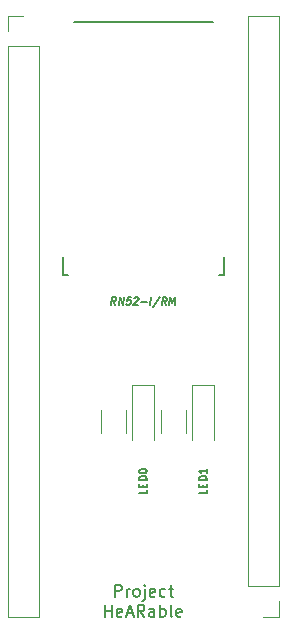
<source format=gto>
G04 #@! TF.FileFunction,Legend,Top*
%FSLAX46Y46*%
G04 Gerber Fmt 4.6, Leading zero omitted, Abs format (unit mm)*
G04 Created by KiCad (PCBNEW 4.0.7) date *
%MOMM*%
%LPD*%
G01*
G04 APERTURE LIST*
%ADD10C,0.100000*%
%ADD11C,0.200000*%
%ADD12C,0.127000*%
%ADD13C,0.120000*%
%ADD14C,0.150000*%
G04 APERTURE END LIST*
D10*
D11*
X134755238Y-139302381D02*
X134755238Y-138302381D01*
X135136191Y-138302381D01*
X135231429Y-138350000D01*
X135279048Y-138397619D01*
X135326667Y-138492857D01*
X135326667Y-138635714D01*
X135279048Y-138730952D01*
X135231429Y-138778571D01*
X135136191Y-138826190D01*
X134755238Y-138826190D01*
X135755238Y-139302381D02*
X135755238Y-138635714D01*
X135755238Y-138826190D02*
X135802857Y-138730952D01*
X135850476Y-138683333D01*
X135945714Y-138635714D01*
X136040953Y-138635714D01*
X136517143Y-139302381D02*
X136421905Y-139254762D01*
X136374286Y-139207143D01*
X136326667Y-139111905D01*
X136326667Y-138826190D01*
X136374286Y-138730952D01*
X136421905Y-138683333D01*
X136517143Y-138635714D01*
X136660001Y-138635714D01*
X136755239Y-138683333D01*
X136802858Y-138730952D01*
X136850477Y-138826190D01*
X136850477Y-139111905D01*
X136802858Y-139207143D01*
X136755239Y-139254762D01*
X136660001Y-139302381D01*
X136517143Y-139302381D01*
X137279048Y-138635714D02*
X137279048Y-139492857D01*
X137231429Y-139588095D01*
X137136191Y-139635714D01*
X137088572Y-139635714D01*
X137279048Y-138302381D02*
X137231429Y-138350000D01*
X137279048Y-138397619D01*
X137326667Y-138350000D01*
X137279048Y-138302381D01*
X137279048Y-138397619D01*
X138136191Y-139254762D02*
X138040953Y-139302381D01*
X137850476Y-139302381D01*
X137755238Y-139254762D01*
X137707619Y-139159524D01*
X137707619Y-138778571D01*
X137755238Y-138683333D01*
X137850476Y-138635714D01*
X138040953Y-138635714D01*
X138136191Y-138683333D01*
X138183810Y-138778571D01*
X138183810Y-138873810D01*
X137707619Y-138969048D01*
X139040953Y-139254762D02*
X138945715Y-139302381D01*
X138755238Y-139302381D01*
X138660000Y-139254762D01*
X138612381Y-139207143D01*
X138564762Y-139111905D01*
X138564762Y-138826190D01*
X138612381Y-138730952D01*
X138660000Y-138683333D01*
X138755238Y-138635714D01*
X138945715Y-138635714D01*
X139040953Y-138683333D01*
X139326667Y-138635714D02*
X139707619Y-138635714D01*
X139469524Y-138302381D02*
X139469524Y-139159524D01*
X139517143Y-139254762D01*
X139612381Y-139302381D01*
X139707619Y-139302381D01*
X133921904Y-141002381D02*
X133921904Y-140002381D01*
X133921904Y-140478571D02*
X134493333Y-140478571D01*
X134493333Y-141002381D02*
X134493333Y-140002381D01*
X135350476Y-140954762D02*
X135255238Y-141002381D01*
X135064761Y-141002381D01*
X134969523Y-140954762D01*
X134921904Y-140859524D01*
X134921904Y-140478571D01*
X134969523Y-140383333D01*
X135064761Y-140335714D01*
X135255238Y-140335714D01*
X135350476Y-140383333D01*
X135398095Y-140478571D01*
X135398095Y-140573810D01*
X134921904Y-140669048D01*
X135779047Y-140716667D02*
X136255238Y-140716667D01*
X135683809Y-141002381D02*
X136017142Y-140002381D01*
X136350476Y-141002381D01*
X137255238Y-141002381D02*
X136921904Y-140526190D01*
X136683809Y-141002381D02*
X136683809Y-140002381D01*
X137064762Y-140002381D01*
X137160000Y-140050000D01*
X137207619Y-140097619D01*
X137255238Y-140192857D01*
X137255238Y-140335714D01*
X137207619Y-140430952D01*
X137160000Y-140478571D01*
X137064762Y-140526190D01*
X136683809Y-140526190D01*
X138112381Y-141002381D02*
X138112381Y-140478571D01*
X138064762Y-140383333D01*
X137969524Y-140335714D01*
X137779047Y-140335714D01*
X137683809Y-140383333D01*
X138112381Y-140954762D02*
X138017143Y-141002381D01*
X137779047Y-141002381D01*
X137683809Y-140954762D01*
X137636190Y-140859524D01*
X137636190Y-140764286D01*
X137683809Y-140669048D01*
X137779047Y-140621429D01*
X138017143Y-140621429D01*
X138112381Y-140573810D01*
X138588571Y-141002381D02*
X138588571Y-140002381D01*
X138588571Y-140383333D02*
X138683809Y-140335714D01*
X138874286Y-140335714D01*
X138969524Y-140383333D01*
X139017143Y-140430952D01*
X139064762Y-140526190D01*
X139064762Y-140811905D01*
X139017143Y-140907143D01*
X138969524Y-140954762D01*
X138874286Y-141002381D01*
X138683809Y-141002381D01*
X138588571Y-140954762D01*
X139636190Y-141002381D02*
X139540952Y-140954762D01*
X139493333Y-140859524D01*
X139493333Y-140002381D01*
X140398096Y-140954762D02*
X140302858Y-141002381D01*
X140112381Y-141002381D01*
X140017143Y-140954762D01*
X139969524Y-140859524D01*
X139969524Y-140478571D01*
X140017143Y-140383333D01*
X140112381Y-140335714D01*
X140302858Y-140335714D01*
X140398096Y-140383333D01*
X140445715Y-140478571D01*
X140445715Y-140573810D01*
X139969524Y-140669048D01*
D12*
X143560000Y-112060000D02*
X143960000Y-112060000D01*
X143960000Y-112060000D02*
X143960000Y-110560000D01*
X130760000Y-112060000D02*
X130360000Y-112060000D01*
X130360000Y-112060000D02*
X130360000Y-110560000D01*
X131260000Y-90660000D02*
X143060000Y-90660000D01*
D13*
X138110000Y-121360000D02*
X136210000Y-121360000D01*
X136210000Y-121360000D02*
X136210000Y-126060000D01*
X138110000Y-121360000D02*
X138110000Y-126060000D01*
X143190000Y-121360000D02*
X141290000Y-121360000D01*
X141290000Y-121360000D02*
X141290000Y-126060000D01*
X143190000Y-121360000D02*
X143190000Y-126060000D01*
X135690000Y-123460000D02*
X135690000Y-125460000D01*
X133550000Y-125460000D02*
X133550000Y-123460000D01*
X140770000Y-123460000D02*
X140770000Y-125460000D01*
X138630000Y-125460000D02*
X138630000Y-123460000D01*
X125670000Y-141030000D02*
X128330000Y-141030000D01*
X125670000Y-92710000D02*
X125670000Y-141030000D01*
X128330000Y-92710000D02*
X128330000Y-141030000D01*
X125670000Y-92710000D02*
X128330000Y-92710000D01*
X125670000Y-91440000D02*
X125670000Y-90110000D01*
X125670000Y-90110000D02*
X127000000Y-90110000D01*
X148650000Y-90110000D02*
X145990000Y-90110000D01*
X148650000Y-138430000D02*
X148650000Y-90110000D01*
X145990000Y-138430000D02*
X145990000Y-90110000D01*
X148650000Y-138430000D02*
X145990000Y-138430000D01*
X148650000Y-139700000D02*
X148650000Y-141030000D01*
X148650000Y-141030000D02*
X147320000Y-141030000D01*
D14*
X134806571Y-114589652D02*
X134631255Y-114284755D01*
X134440694Y-114589652D02*
X134520730Y-113949367D01*
X134764648Y-113949367D01*
X134821816Y-113979857D01*
X134848494Y-114010347D01*
X134871362Y-114071326D01*
X134859928Y-114162796D01*
X134821816Y-114223775D01*
X134787515Y-114254265D01*
X134722724Y-114284755D01*
X134478806Y-114284755D01*
X135080979Y-114589652D02*
X135161015Y-113949367D01*
X135446856Y-114589652D01*
X135526892Y-113949367D01*
X136136687Y-113949367D02*
X135831790Y-113949367D01*
X135763188Y-114254265D01*
X135797489Y-114223775D01*
X135862279Y-114193285D01*
X136014728Y-114193285D01*
X136071897Y-114223775D01*
X136098575Y-114254265D01*
X136121442Y-114315244D01*
X136102386Y-114467693D01*
X136064274Y-114528673D01*
X136029974Y-114559162D01*
X135965182Y-114589652D01*
X135812733Y-114589652D01*
X135755566Y-114559162D01*
X135728887Y-114528673D01*
X136403472Y-114010347D02*
X136437774Y-113979857D01*
X136502564Y-113949367D01*
X136655013Y-113949367D01*
X136712182Y-113979857D01*
X136738859Y-114010347D01*
X136761727Y-114071326D01*
X136754105Y-114132306D01*
X136712181Y-114223775D01*
X136300569Y-114589652D01*
X136696936Y-114589652D01*
X137001834Y-114345734D02*
X137489670Y-114345734D01*
X137764078Y-114589652D02*
X137844114Y-113949367D01*
X138610169Y-113918877D02*
X137958451Y-114742101D01*
X139105628Y-114589652D02*
X138930312Y-114284755D01*
X138739751Y-114589652D02*
X138819787Y-113949367D01*
X139063705Y-113949367D01*
X139120873Y-113979857D01*
X139147551Y-114010347D01*
X139170419Y-114071326D01*
X139158985Y-114162796D01*
X139120873Y-114223775D01*
X139086572Y-114254265D01*
X139021781Y-114284755D01*
X138777863Y-114284755D01*
X139380036Y-114589652D02*
X139460072Y-113949367D01*
X139616332Y-114406714D01*
X139886928Y-113949367D01*
X139806892Y-114589652D01*
X137449652Y-130256509D02*
X137449652Y-130561406D01*
X136809367Y-130561406D01*
X137114265Y-130043080D02*
X137114265Y-129829652D01*
X137449652Y-129738183D02*
X137449652Y-130043080D01*
X136809367Y-130043080D01*
X136809367Y-129738183D01*
X137449652Y-129463775D02*
X136809367Y-129463775D01*
X136809367Y-129311326D01*
X136839857Y-129219857D01*
X136900837Y-129158878D01*
X136961816Y-129128388D01*
X137083775Y-129097898D01*
X137175244Y-129097898D01*
X137297203Y-129128388D01*
X137358183Y-129158878D01*
X137419162Y-129219857D01*
X137449652Y-129311326D01*
X137449652Y-129463775D01*
X136809367Y-128701531D02*
X136809367Y-128640552D01*
X136839857Y-128579572D01*
X136870347Y-128549082D01*
X136931326Y-128518593D01*
X137053285Y-128488103D01*
X137205734Y-128488103D01*
X137327693Y-128518593D01*
X137388673Y-128549082D01*
X137419162Y-128579572D01*
X137449652Y-128640552D01*
X137449652Y-128701531D01*
X137419162Y-128762511D01*
X137388673Y-128793000D01*
X137327693Y-128823490D01*
X137205734Y-128853980D01*
X137053285Y-128853980D01*
X136931326Y-128823490D01*
X136870347Y-128793000D01*
X136839857Y-128762511D01*
X136809367Y-128701531D01*
X142529652Y-130256509D02*
X142529652Y-130561406D01*
X141889367Y-130561406D01*
X142194265Y-130043080D02*
X142194265Y-129829652D01*
X142529652Y-129738183D02*
X142529652Y-130043080D01*
X141889367Y-130043080D01*
X141889367Y-129738183D01*
X142529652Y-129463775D02*
X141889367Y-129463775D01*
X141889367Y-129311326D01*
X141919857Y-129219857D01*
X141980837Y-129158878D01*
X142041816Y-129128388D01*
X142163775Y-129097898D01*
X142255244Y-129097898D01*
X142377203Y-129128388D01*
X142438183Y-129158878D01*
X142499162Y-129219857D01*
X142529652Y-129311326D01*
X142529652Y-129463775D01*
X142529652Y-128488103D02*
X142529652Y-128853980D01*
X142529652Y-128671041D02*
X141889367Y-128671041D01*
X141980837Y-128732021D01*
X142041816Y-128793000D01*
X142072306Y-128853980D01*
M02*

</source>
